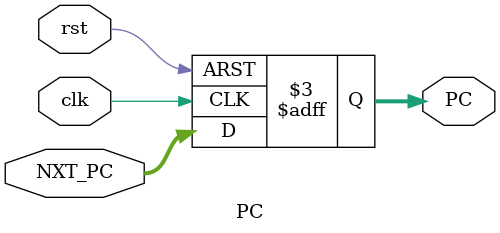
<source format=v>

module PC(
	input  [31:0] NXT_PC,
	input  		  clk,rst,
	output reg [31:0] PC 
);
	
	always @(posedge clk , negedge rst)
	begin
	if(!rst) 
		PC <= 32'h0000_0000 ;
	else
		PC <= NXT_PC ;
	end
	
endmodule 
</source>
